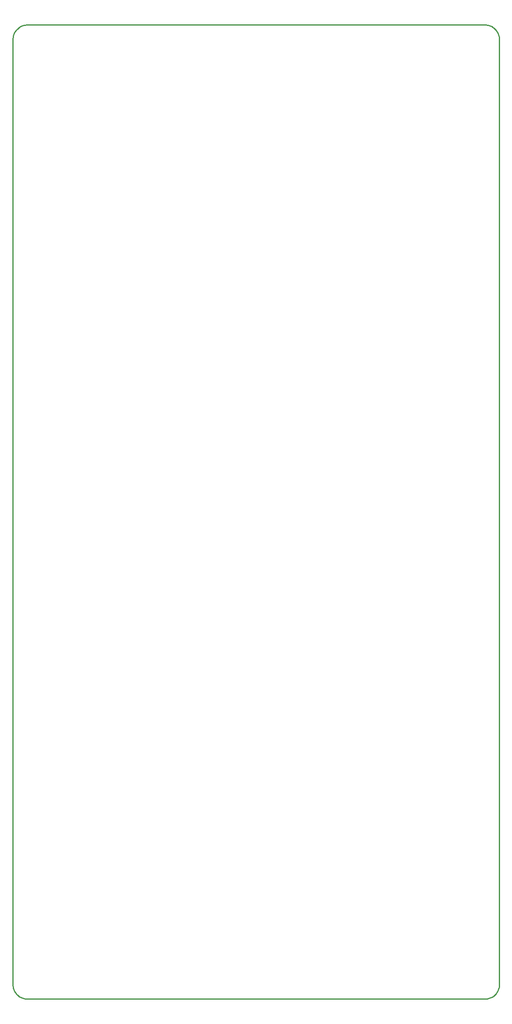
<source format=gm1>
G04*
G04 #@! TF.GenerationSoftware,Altium Limited,Altium Designer,20.0.2 (26)*
G04*
G04 Layer_Color=16711935*
%FSLAX25Y25*%
%MOIN*%
G70*
G01*
G75*
%ADD10C,0.01000*%
D10*
X381890Y-0D02*
X381849Y975D01*
X381729Y1944D01*
X381528Y2899D01*
X381250Y3835D01*
X380895Y4744D01*
X380466Y5621D01*
X379967Y6460D01*
X379399Y7254D01*
X378768Y7999D01*
X378078Y8690D01*
X377333Y9320D01*
X376539Y9888D01*
X375700Y10387D01*
X374823Y10816D01*
X373914Y11171D01*
X372978Y11450D01*
X372023Y11650D01*
X371054Y11771D01*
X370079Y11811D01*
X0D02*
X-975Y11771D01*
X-1944Y11650D01*
X-2899Y11450D01*
X-3835Y11171D01*
X-4744Y10816D01*
X-5621Y10387D01*
X-6460Y9888D01*
X-7254Y9320D01*
X-7999Y8690D01*
X-8690Y7999D01*
X-9320Y7254D01*
X-9888Y6460D01*
X-10387Y5621D01*
X-10816Y4744D01*
X-11171Y3835D01*
X-11450Y2899D01*
X-11650Y1944D01*
X-11771Y975D01*
X-11811Y-0D01*
Y-763780D02*
X-11771Y-764755D01*
X-11650Y-765724D01*
X-11450Y-766679D01*
X-11171Y-767615D01*
X-10816Y-768524D01*
X-10387Y-769401D01*
X-9888Y-770240D01*
X-9320Y-771034D01*
X-8690Y-771779D01*
X-7999Y-772469D01*
X-7254Y-773100D01*
X-6460Y-773667D01*
X-5621Y-774167D01*
X-4744Y-774596D01*
X-3835Y-774951D01*
X-2899Y-775229D01*
X-1944Y-775429D01*
X-975Y-775550D01*
X0Y-775591D01*
X370079D02*
X371054Y-775550D01*
X372023Y-775429D01*
X372978Y-775229D01*
X373914Y-774951D01*
X374823Y-774596D01*
X375700Y-774167D01*
X376539Y-773667D01*
X377333Y-773100D01*
X378078Y-772469D01*
X378768Y-771779D01*
X379399Y-771034D01*
X379967Y-770240D01*
X380466Y-769401D01*
X380895Y-768524D01*
X381250Y-767615D01*
X381528Y-766679D01*
X381729Y-765724D01*
X381849Y-764755D01*
X381890Y-763780D01*
X0Y11811D02*
X370079D01*
X-11811Y-763780D02*
Y0D01*
X381890Y-763780D02*
Y0D01*
X0Y-775591D02*
X370079D01*
M02*

</source>
